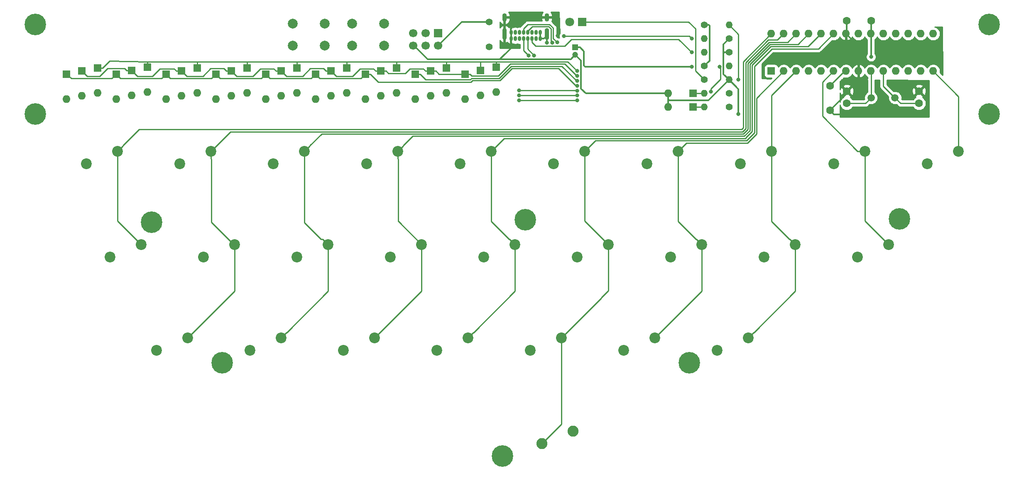
<source format=gbr>
G04 #@! TF.GenerationSoftware,KiCad,Pcbnew,(5.1.5)-3*
G04 #@! TF.CreationDate,2020-08-02T14:39:13-05:00*
G04 #@! TF.ProjectId,masochist,6d61736f-6368-4697-9374-2e6b69636164,rev?*
G04 #@! TF.SameCoordinates,Original*
G04 #@! TF.FileFunction,Copper,L2,Bot*
G04 #@! TF.FilePolarity,Positive*
%FSLAX46Y46*%
G04 Gerber Fmt 4.6, Leading zero omitted, Abs format (unit mm)*
G04 Created by KiCad (PCBNEW (5.1.5)-3) date 2020-08-02 14:39:13*
%MOMM*%
%LPD*%
G04 APERTURE LIST*
%ADD10C,4.400000*%
%ADD11C,1.500000*%
%ADD12O,1.600000X1.600000*%
%ADD13R,1.600000X1.600000*%
%ADD14C,2.200000*%
%ADD15C,2.250000*%
%ADD16C,2.000000*%
%ADD17C,1.400000*%
%ADD18O,1.400000X1.400000*%
%ADD19C,1.800000*%
%ADD20R,1.800000X1.800000*%
%ADD21R,1.700000X1.700000*%
%ADD22C,1.700000*%
%ADD23O,0.650000X1.000000*%
%ADD24O,0.900000X2.400000*%
%ADD25O,0.900000X1.700000*%
%ADD26C,1.600000*%
%ADD27R,1.200000X1.200000*%
%ADD28C,1.200000*%
%ADD29C,0.800000*%
%ADD30C,0.250000*%
%ADD31C,0.380000*%
%ADD32C,0.254000*%
G04 APERTURE END LIST*
D10*
X158750000Y-123031250D03*
X63500000Y-53181250D03*
X63500000Y-34925000D03*
X257968750Y-53181250D03*
X257968750Y-34925000D03*
X163449000Y-74803000D03*
X239712500Y-74612500D03*
X196850000Y-103981250D03*
X101600000Y-103981250D03*
X87249000Y-75311000D03*
D11*
X233934000Y-49911000D03*
X238814000Y-49911000D03*
D12*
X213582250Y-36830000D03*
X246602250Y-44450000D03*
X216122250Y-36830000D03*
X244062250Y-44450000D03*
X218662250Y-36830000D03*
X241522250Y-44450000D03*
X221202250Y-36830000D03*
X238982250Y-44450000D03*
X223742250Y-36830000D03*
X236442250Y-44450000D03*
X226282250Y-36830000D03*
X233902250Y-44450000D03*
X228822250Y-36830000D03*
X231362250Y-44450000D03*
X231362250Y-36830000D03*
X228822250Y-44450000D03*
X233902250Y-36830000D03*
X226282250Y-44450000D03*
X236442250Y-36830000D03*
X223742250Y-44450000D03*
X238982250Y-36830000D03*
X221202250Y-44450000D03*
X241522250Y-36830000D03*
X218662250Y-44450000D03*
X244062250Y-36830000D03*
X216122250Y-44450000D03*
X246602250Y-36830000D03*
D13*
X213582250Y-44450000D03*
D14*
X213677500Y-60801250D03*
X207327500Y-63341250D03*
X80327500Y-60801250D03*
X73977500Y-63341250D03*
D15*
X173196250Y-117951250D03*
X166846250Y-120491250D03*
D16*
X128120000Y-39243000D03*
X128120000Y-34743000D03*
X134620000Y-39243000D03*
X134620000Y-34743000D03*
X116055000Y-39243000D03*
X116055000Y-34743000D03*
X122555000Y-39243000D03*
X122555000Y-34743000D03*
D17*
X204978000Y-49022000D03*
D18*
X199898000Y-49022000D03*
X199898000Y-51816000D03*
D17*
X204978000Y-51816000D03*
D18*
X204978000Y-46228000D03*
D17*
X199898000Y-46228000D03*
D18*
X204978000Y-43434000D03*
D17*
X199898000Y-43434000D03*
D18*
X199898000Y-37846000D03*
D17*
X204978000Y-37846000D03*
D18*
X199898000Y-40640000D03*
D17*
X204978000Y-40640000D03*
D18*
X204978000Y-35052000D03*
D17*
X199898000Y-35052000D03*
D19*
X172466000Y-34417000D03*
D20*
X175006000Y-34417000D03*
D14*
X94615000Y-98901250D03*
X88265000Y-101441250D03*
X175577500Y-60801250D03*
X169227500Y-63341250D03*
X113665000Y-98901250D03*
X107315000Y-101441250D03*
X99377500Y-60801250D03*
X93027500Y-63341250D03*
X151765000Y-98901250D03*
X145415000Y-101441250D03*
X194627500Y-60801250D03*
X188277500Y-63341250D03*
X156527500Y-60801250D03*
X150177500Y-63341250D03*
X104140000Y-79851250D03*
X97790000Y-82391250D03*
X137477500Y-60801250D03*
X131127500Y-63341250D03*
X251777500Y-60801250D03*
X245427500Y-63341250D03*
X232727500Y-60801250D03*
X226377500Y-63341250D03*
X189865000Y-98901250D03*
X183515000Y-101441250D03*
X208915000Y-98901250D03*
X202565000Y-101441250D03*
X237490000Y-79851250D03*
X231140000Y-82391250D03*
X218440000Y-79851250D03*
X212090000Y-82391250D03*
X199390000Y-79851250D03*
X193040000Y-82391250D03*
X180340000Y-79851250D03*
X173990000Y-82391250D03*
X161290000Y-79851250D03*
X154940000Y-82391250D03*
X142240000Y-79851250D03*
X135890000Y-82391250D03*
X118427500Y-60801250D03*
X112077500Y-63341250D03*
X123190000Y-79851250D03*
X116840000Y-82391250D03*
X132715000Y-98901250D03*
X126365000Y-101441250D03*
X170815000Y-98901250D03*
X164465000Y-101441250D03*
X85090000Y-79851250D03*
X78740000Y-82391250D03*
D21*
X145669000Y-36703000D03*
D22*
X145669000Y-39243000D03*
X143129000Y-36703000D03*
X143129000Y-39243000D03*
X140589000Y-36703000D03*
X140589000Y-39243000D03*
D23*
X164787500Y-37850000D03*
X166487500Y-37850000D03*
X165637500Y-37850000D03*
X163937500Y-37850000D03*
X163087500Y-37850000D03*
X162237500Y-37850000D03*
X161387500Y-37850000D03*
X160537500Y-37850000D03*
X166487500Y-36525000D03*
X165632500Y-36525000D03*
X164782500Y-36525000D03*
X163932500Y-36525000D03*
X163082500Y-36525000D03*
X162232500Y-36525000D03*
X161382500Y-36525000D03*
X160532500Y-36525000D03*
D24*
X167837500Y-36870000D03*
X159187500Y-36870000D03*
D25*
X167837500Y-33490000D03*
X159187500Y-33490000D03*
D17*
X156083000Y-39507000D03*
X156083000Y-34407000D03*
D12*
X192532000Y-51816000D03*
D13*
X197612000Y-51816000D03*
D12*
X192532000Y-49022000D03*
D13*
X197612000Y-49022000D03*
D12*
X157480000Y-48768000D03*
D13*
X157480000Y-43688000D03*
D12*
X151130000Y-50165000D03*
D13*
X151130000Y-45085000D03*
D12*
X154305000Y-49403000D03*
D13*
X154305000Y-44323000D03*
D12*
X130810000Y-50165000D03*
D13*
X130810000Y-45085000D03*
D12*
X144145000Y-49530000D03*
D13*
X144145000Y-44450000D03*
D12*
X147320000Y-48895000D03*
D13*
X147320000Y-43815000D03*
D12*
X120650000Y-50165000D03*
D13*
X120650000Y-45085000D03*
D12*
X133985000Y-49530000D03*
D13*
X133985000Y-44450000D03*
D12*
X137160000Y-48895000D03*
D13*
X137160000Y-43815000D03*
D12*
X140970000Y-50165000D03*
D13*
X140970000Y-45085000D03*
D12*
X110490000Y-50165000D03*
D13*
X110490000Y-45085000D03*
D12*
X123825000Y-49530000D03*
D13*
X123825000Y-44450000D03*
D12*
X127000000Y-48895000D03*
D13*
X127000000Y-43815000D03*
D12*
X100330000Y-50165000D03*
D13*
X100330000Y-45085000D03*
D12*
X113665000Y-49530000D03*
D13*
X113665000Y-44450000D03*
D12*
X116840000Y-48895000D03*
D13*
X116840000Y-43815000D03*
X90170000Y-45085000D03*
D12*
X90170000Y-50165000D03*
X103505000Y-49530000D03*
D13*
X103505000Y-44450000D03*
D12*
X106680000Y-48895000D03*
D13*
X106680000Y-43815000D03*
D12*
X80010000Y-50165000D03*
D13*
X80010000Y-45085000D03*
X93345000Y-44450000D03*
D12*
X93345000Y-49530000D03*
D13*
X96520000Y-43815000D03*
D12*
X96520000Y-48895000D03*
X69850000Y-50165000D03*
D13*
X69850000Y-45085000D03*
D12*
X83185000Y-49403000D03*
D13*
X83185000Y-44323000D03*
D12*
X86360000Y-48768000D03*
D13*
X86360000Y-43688000D03*
D12*
X73025000Y-49530000D03*
D13*
X73025000Y-44450000D03*
D12*
X76200000Y-48895000D03*
D13*
X76200000Y-43815000D03*
D26*
X228934000Y-34163000D03*
X233934000Y-34163000D03*
X225552000Y-52498000D03*
X225552000Y-47498000D03*
D27*
X173609000Y-39624000D03*
D28*
X173609000Y-41124000D03*
D26*
X243713000Y-48554000D03*
X243713000Y-51054000D03*
X228981000Y-48554000D03*
X228981000Y-51054000D03*
D29*
X206883000Y-53213000D03*
X167844347Y-38645000D03*
X170053000Y-37211000D03*
X233934000Y-41529000D03*
X197395000Y-43561000D03*
X173990000Y-44450000D03*
X173990000Y-45450003D03*
X173990000Y-47450009D03*
X173990000Y-46450006D03*
X169926000Y-38608000D03*
X165227000Y-41239990D03*
X201295000Y-48604000D03*
X203045000Y-43561000D03*
X168910000Y-38645000D03*
X164084000Y-41239990D03*
X197358000Y-40640000D03*
X171323000Y-37338000D03*
X197358000Y-37846000D03*
X162179000Y-50403003D03*
X173990000Y-50450018D03*
X206883000Y-46228000D03*
X162179000Y-49403000D03*
X173990000Y-49450015D03*
X162147153Y-48400587D03*
X173990000Y-48450012D03*
D30*
X228822250Y-34274750D02*
X228934000Y-34163000D01*
D31*
X228934000Y-36718250D02*
X228822250Y-36830000D01*
X228934000Y-34163000D02*
X228934000Y-36718250D01*
X231362250Y-45029750D02*
X231362250Y-44450000D01*
X160537500Y-36530000D02*
X160532500Y-36525000D01*
X160537500Y-37850000D02*
X160537500Y-36530000D01*
X166487500Y-37850000D02*
X166487500Y-36525000D01*
X160537500Y-39741500D02*
X160537500Y-37850000D01*
X140716000Y-39243000D02*
X143502990Y-42029990D01*
X140589000Y-39243000D02*
X140716000Y-39243000D01*
X159543000Y-40736000D02*
X160537500Y-39741500D01*
X143502990Y-42029990D02*
X158211010Y-42029990D01*
X158211010Y-42029990D02*
X159505000Y-40736000D01*
X159505000Y-40736000D02*
X159543000Y-40736000D01*
X192532000Y-49022000D02*
X192532000Y-51816000D01*
X192532000Y-50153370D02*
X192797630Y-50419000D01*
X192532000Y-49022000D02*
X192532000Y-50153370D01*
X200787000Y-50419000D02*
X204978000Y-46228000D01*
X192797630Y-50419000D02*
X200787000Y-50419000D01*
X203835000Y-38989000D02*
X204978000Y-37846000D01*
X204978000Y-46228000D02*
X203835000Y-45085000D01*
X204978000Y-40640000D02*
X203988051Y-40640000D01*
X203861051Y-40767000D02*
X203835000Y-40767000D01*
X203988051Y-40640000D02*
X203861051Y-40767000D01*
X203835000Y-45085000D02*
X203835000Y-40767000D01*
X203835000Y-40767000D02*
X203835000Y-38989000D01*
X172703010Y-42029990D02*
X173609000Y-41124000D01*
X158211010Y-42029990D02*
X172703010Y-42029990D01*
X231362250Y-45581370D02*
X231394000Y-45613120D01*
X231362250Y-44450000D02*
X231362250Y-45581370D01*
X228822250Y-36830000D02*
X231362250Y-39370000D01*
X231362250Y-39370000D02*
X231362250Y-44450000D01*
X174780001Y-42295001D02*
X174780001Y-48034001D01*
X173609000Y-41124000D02*
X174780001Y-42295001D01*
X175768000Y-49022000D02*
X192532000Y-49022000D01*
X174780001Y-48034001D02*
X175768000Y-49022000D01*
X206883000Y-48133000D02*
X204978000Y-46228000D01*
X206883000Y-53213000D02*
X206883000Y-48133000D01*
X228981000Y-49069000D02*
X228981000Y-48554000D01*
X225552000Y-52498000D02*
X228981000Y-49069000D01*
X231362250Y-45581370D02*
X231648000Y-45867120D01*
X231648000Y-45867120D02*
X231648000Y-46482000D01*
X231648000Y-46482000D02*
X232283000Y-47117000D01*
X226351999Y-53297999D02*
X230208999Y-53297999D01*
X225552000Y-52498000D02*
X226351999Y-53297999D01*
X167837500Y-36870000D02*
X167837500Y-37267500D01*
X167255000Y-37850000D02*
X166487500Y-37850000D01*
X167837500Y-37267500D02*
X167255000Y-37850000D01*
X167837500Y-36870000D02*
X167837500Y-38638153D01*
X167837500Y-38638153D02*
X167844347Y-38645000D01*
X170053000Y-37211000D02*
X170053000Y-36830000D01*
D30*
X232791000Y-51054000D02*
X233934000Y-49911000D01*
X228981000Y-51054000D02*
X232791000Y-51054000D01*
X233934000Y-44481750D02*
X233902250Y-44450000D01*
X233934000Y-49911000D02*
X233934000Y-44481750D01*
X239957000Y-51054000D02*
X238814000Y-49911000D01*
X243713000Y-51054000D02*
X239957000Y-51054000D01*
X236442250Y-47539250D02*
X236442250Y-44450000D01*
X238814000Y-49911000D02*
X236442250Y-47539250D01*
X172456000Y-34407000D02*
X172466000Y-34417000D01*
X228822250Y-45116750D02*
X228822250Y-44450000D01*
X233902250Y-34194750D02*
X233934000Y-34163000D01*
D31*
X145669000Y-39243000D02*
X150505000Y-34407000D01*
X233934000Y-36798250D02*
X233902250Y-36830000D01*
X233934000Y-34163000D02*
X233934000Y-36798250D01*
X228822250Y-44608750D02*
X228822250Y-44450000D01*
X150505000Y-34407000D02*
X156083000Y-34407000D01*
X228600000Y-44450000D02*
X228822250Y-44450000D01*
X225552000Y-47498000D02*
X228600000Y-44450000D01*
X233934000Y-36861750D02*
X233902250Y-36830000D01*
X233934000Y-41529000D02*
X233934000Y-36861750D01*
X200988001Y-42343999D02*
X200597999Y-42734001D01*
X200597999Y-42734001D02*
X199898000Y-43434000D01*
X200988001Y-35152052D02*
X200988001Y-42343999D01*
X200887949Y-35052000D02*
X200988001Y-35152052D01*
X199898000Y-35052000D02*
X200887949Y-35052000D01*
X174589000Y-39624000D02*
X175387000Y-40422000D01*
X173609000Y-39624000D02*
X174589000Y-39624000D01*
X175387000Y-40422000D02*
X175387000Y-43180000D01*
X175387000Y-43180000D02*
X175387000Y-43307000D01*
X175387000Y-43307000D02*
X175641000Y-43561000D01*
X175641000Y-43561000D02*
X197395000Y-43561000D01*
D30*
X77250000Y-43815000D02*
X78647000Y-42418000D01*
X76200000Y-43815000D02*
X77250000Y-43815000D01*
X86360000Y-43688000D02*
X86360000Y-42638000D01*
X78647000Y-42418000D02*
X86360000Y-42545000D01*
X86360000Y-42638000D02*
X86360000Y-42545000D01*
X96520000Y-42765000D02*
X96520000Y-42545000D01*
X96520000Y-43815000D02*
X96520000Y-42765000D01*
X86360000Y-42545000D02*
X96520000Y-42545000D01*
X106680000Y-43815000D02*
X106680000Y-42545000D01*
X96520000Y-42545000D02*
X106680000Y-42545000D01*
X116840000Y-42765000D02*
X116840000Y-42545000D01*
X116840000Y-43815000D02*
X116840000Y-42765000D01*
X106680000Y-42545000D02*
X116840000Y-42545000D01*
X127000000Y-42765000D02*
X127000000Y-42545000D01*
X127000000Y-43815000D02*
X127000000Y-42765000D01*
X116840000Y-42545000D02*
X127000000Y-42545000D01*
X137160000Y-42765000D02*
X137160000Y-42545000D01*
X137160000Y-43815000D02*
X137160000Y-42765000D01*
X127000000Y-42545000D02*
X137160000Y-42545000D01*
X137160000Y-42545000D02*
X147320000Y-42545000D01*
X147320000Y-42765000D02*
X147320000Y-42545000D01*
X147320000Y-43815000D02*
X147320000Y-42765000D01*
X154305000Y-44323000D02*
X154305000Y-43273000D01*
X154305000Y-43273000D02*
X154305000Y-42545000D01*
X147320000Y-42545000D02*
X154305000Y-42545000D01*
X157480000Y-43688000D02*
X157480000Y-42545000D01*
X154305000Y-42545000D02*
X157480000Y-42545000D01*
X157480000Y-42545000D02*
X163068000Y-42545000D01*
X163068000Y-42545000D02*
X172085000Y-42545000D01*
X172085000Y-42545000D02*
X173990000Y-44450000D01*
X73025000Y-44450000D02*
X73787000Y-45212000D01*
X73787000Y-45212000D02*
X74098990Y-45523990D01*
X82135000Y-44323000D02*
X81754000Y-43942000D01*
X83185000Y-44323000D02*
X82135000Y-44323000D01*
X78258002Y-43942000D02*
X76676012Y-45523990D01*
X81754000Y-43942000D02*
X78258002Y-43942000D01*
X76676012Y-45523990D02*
X74098990Y-45523990D01*
X83185000Y-44323000D02*
X83947000Y-45085000D01*
X83947000Y-45085000D02*
X84385990Y-45523990D01*
X84385990Y-45523990D02*
X87376000Y-45523990D01*
X88939991Y-43959999D02*
X87376000Y-45523990D01*
X91804999Y-43959999D02*
X88939991Y-43959999D01*
X92295000Y-44450000D02*
X91804999Y-43959999D01*
X93345000Y-44450000D02*
X92295000Y-44450000D01*
X102455000Y-44450000D02*
X101947000Y-43942000D01*
X103505000Y-44450000D02*
X102455000Y-44450000D01*
X99287998Y-43942000D02*
X97706008Y-45523990D01*
X101947000Y-43942000D02*
X99287998Y-43942000D01*
X97706008Y-45523990D02*
X95377000Y-45523990D01*
X94418990Y-45523990D02*
X95631000Y-45523990D01*
X93345000Y-44450000D02*
X94418990Y-45523990D01*
X112124999Y-43959999D02*
X109429999Y-43959999D01*
X113665000Y-44450000D02*
X112615000Y-44450000D01*
X112615000Y-44450000D02*
X112124999Y-43959999D01*
X109429999Y-43959999D02*
X107866008Y-45523990D01*
X107866008Y-45523990D02*
X104578990Y-45523990D01*
X104578990Y-45523990D02*
X103505000Y-44450000D01*
X122775000Y-44450000D02*
X123825000Y-44450000D01*
X119607998Y-43942000D02*
X122267000Y-43942000D01*
X118052010Y-45523990D02*
X118110000Y-45466000D01*
X114738990Y-45523990D02*
X118052010Y-45523990D01*
X113665000Y-44450000D02*
X114738990Y-45523990D01*
X122267000Y-43942000D02*
X122775000Y-44450000D01*
X118110000Y-45466000D02*
X118110000Y-45439998D01*
X118110000Y-45439998D02*
X119607998Y-43942000D01*
X124898990Y-45523990D02*
X123825000Y-44450000D01*
X132935000Y-44450000D02*
X132444999Y-43959999D01*
X128186008Y-45523990D02*
X124898990Y-45523990D01*
X133985000Y-44450000D02*
X132935000Y-44450000D01*
X132444999Y-43959999D02*
X129749999Y-43959999D01*
X129749999Y-43959999D02*
X128186008Y-45523990D01*
X142604999Y-43959999D02*
X143095000Y-44450000D01*
X138929997Y-44940001D02*
X139909999Y-43959999D01*
X143095000Y-44450000D02*
X144145000Y-44450000D01*
X135525001Y-44940001D02*
X138929997Y-44940001D01*
X135035000Y-44450000D02*
X135525001Y-44940001D01*
X139909999Y-43959999D02*
X142604999Y-43959999D01*
X133985000Y-44450000D02*
X135035000Y-44450000D01*
X145830000Y-45085000D02*
X150080000Y-45085000D01*
X150080000Y-45085000D02*
X151130000Y-45085000D01*
X145195000Y-44450000D02*
X145830000Y-45085000D01*
X144145000Y-44450000D02*
X145195000Y-44450000D01*
X157905001Y-45448001D02*
X160357992Y-42995010D01*
X152543001Y-45448001D02*
X157905001Y-45448001D01*
X151130000Y-45085000D02*
X152180000Y-45085000D01*
X152180000Y-45085000D02*
X152543001Y-45448001D01*
X160357992Y-42995010D02*
X163068000Y-42995010D01*
X173917001Y-45450003D02*
X173990000Y-45450003D01*
X163068000Y-42995010D02*
X171462008Y-42995010D01*
X171462008Y-42995010D02*
X173917001Y-45450003D01*
X70866000Y-45974000D02*
X79121000Y-45974000D01*
X79121000Y-45974000D02*
X80010000Y-45085000D01*
X69850000Y-45085000D02*
X69977000Y-45085000D01*
X69977000Y-45085000D02*
X70866000Y-45974000D01*
X80899000Y-45974000D02*
X80010000Y-45085000D01*
X90170000Y-45085000D02*
X89281000Y-45974000D01*
X89281000Y-45974000D02*
X80899000Y-45974000D01*
X90932000Y-45847000D02*
X90170000Y-45085000D01*
X91059000Y-45974000D02*
X90932000Y-45847000D01*
X100330000Y-45085000D02*
X99441000Y-45974000D01*
X99441000Y-45974000D02*
X91059000Y-45974000D01*
X101092000Y-45847000D02*
X100330000Y-45085000D01*
X101219000Y-45974000D02*
X101092000Y-45847000D01*
X110490000Y-45085000D02*
X109601000Y-45974000D01*
X109601000Y-45974000D02*
X101219000Y-45974000D01*
X111252000Y-45847000D02*
X110490000Y-45085000D01*
X111379000Y-45974000D02*
X111252000Y-45847000D01*
X120650000Y-45085000D02*
X119761000Y-45974000D01*
X119761000Y-45974000D02*
X111379000Y-45974000D01*
X121412000Y-45847000D02*
X120650000Y-45085000D01*
X130810000Y-45085000D02*
X129921000Y-45974000D01*
X121539000Y-45974000D02*
X121412000Y-45847000D01*
X129921000Y-45974000D02*
X121539000Y-45974000D01*
X131860000Y-45085000D02*
X133435011Y-46660011D01*
X130810000Y-45085000D02*
X131860000Y-45085000D01*
X133435011Y-46660011D02*
X152376402Y-46660010D01*
X152376402Y-46660010D02*
X152688391Y-46348021D01*
X152688391Y-46348021D02*
X158277802Y-46348020D01*
X158277802Y-46348020D02*
X160034411Y-44591411D01*
X160034411Y-44591411D02*
X160415411Y-44210411D01*
X160415411Y-44210411D02*
X160730792Y-43895030D01*
X160730792Y-43895030D02*
X163068000Y-43895030D01*
X163068000Y-43895030D02*
X170180000Y-43895030D01*
X170180000Y-43895030D02*
X173734979Y-47450009D01*
X173734979Y-47450009D02*
X173990000Y-47450009D01*
X152501991Y-45898011D02*
X158091401Y-45898011D01*
X152190001Y-46210001D02*
X152501991Y-45898011D01*
X140970000Y-45085000D02*
X142020000Y-45085000D01*
X143145001Y-46210001D02*
X152190001Y-46210001D01*
X142020000Y-45085000D02*
X143145001Y-46210001D01*
X158091401Y-45898011D02*
X160544392Y-43445020D01*
X160544392Y-43445020D02*
X163068000Y-43445020D01*
X173917001Y-46450006D02*
X173990000Y-46450006D01*
X163068000Y-43445020D02*
X170912015Y-43445020D01*
X170912015Y-43445020D02*
X173917001Y-46450006D01*
X197612000Y-49022000D02*
X199898000Y-49022000D01*
X163962520Y-34894980D02*
X168373391Y-34894981D01*
X163082500Y-36525000D02*
X163082500Y-35775000D01*
X168373391Y-34894981D02*
X169106010Y-35627600D01*
X163082500Y-35775000D02*
X163962520Y-34894980D01*
X169106010Y-35627600D02*
X169106010Y-37788010D01*
X169106010Y-37788010D02*
X169926000Y-38608000D01*
X163937500Y-37850000D02*
X163961000Y-37850000D01*
X163937500Y-37850000D02*
X163937500Y-39950490D01*
X163937500Y-39950490D02*
X165227000Y-41239990D01*
X197612000Y-51816000D02*
X199898000Y-51816000D01*
X163087500Y-37850000D02*
X163072000Y-37850000D01*
X163072000Y-37850000D02*
X163068000Y-37854000D01*
X201295000Y-48038315D02*
X203200000Y-46133315D01*
X201295000Y-48604000D02*
X201295000Y-48038315D01*
X203200000Y-46133315D02*
X203200000Y-43716000D01*
X203200000Y-43716000D02*
X203045000Y-43561000D01*
X163932500Y-36525000D02*
X163932500Y-36473500D01*
X164868258Y-35344990D02*
X168186990Y-35344990D01*
X168186990Y-35344990D02*
X168656000Y-35814000D01*
X163932500Y-36473500D02*
X163932500Y-36280748D01*
X163932500Y-36280748D02*
X164868258Y-35344990D01*
X168656000Y-35814000D02*
X168656000Y-38227000D01*
X168656000Y-38227000D02*
X168656000Y-38391000D01*
X168656000Y-38391000D02*
X168910000Y-38645000D01*
X163087500Y-37850000D02*
X163087500Y-40243490D01*
X163087500Y-40243490D02*
X164084000Y-41239990D01*
X164787500Y-38600000D02*
X165557500Y-39370000D01*
X164787500Y-37850000D02*
X164787500Y-38600000D01*
X170307000Y-39370000D02*
X171450000Y-39370000D01*
X170307000Y-39370000D02*
X170561000Y-39370000D01*
X165557500Y-39370000D02*
X170307000Y-39370000D01*
X171450000Y-39370000D02*
X172847000Y-37973000D01*
X172847000Y-37973000D02*
X176149000Y-37973000D01*
X176149000Y-37973000D02*
X194691000Y-37973000D01*
X194691000Y-37973000D02*
X197358000Y-40640000D01*
X171323000Y-37338000D02*
X196850000Y-37338000D01*
X196850000Y-37338000D02*
X197358000Y-37846000D01*
X162179000Y-50403003D02*
X173942985Y-50403003D01*
X173942985Y-50403003D02*
X173990000Y-50450018D01*
X204978000Y-35052000D02*
X205232000Y-35306000D01*
X204978000Y-35052000D02*
X206883000Y-36957000D01*
X206883000Y-36957000D02*
X206883000Y-46228000D01*
X162179000Y-49403000D02*
X173942985Y-49403000D01*
X173942985Y-49403000D02*
X173990000Y-49450015D01*
X85090000Y-79851250D02*
X80264000Y-75025250D01*
X80327500Y-74961750D02*
X80327500Y-60801250D01*
X80264000Y-75025250D02*
X80327500Y-74961750D01*
X207899000Y-42513250D02*
X213582250Y-36830000D01*
X207899000Y-56007000D02*
X207899000Y-42513250D01*
X81427499Y-59701251D02*
X81427499Y-59669501D01*
X80327500Y-60801250D02*
X81427499Y-59701251D01*
X81427499Y-59669501D02*
X84709000Y-56388000D01*
X207518000Y-56388000D02*
X207899000Y-56007000D01*
X84709000Y-56388000D02*
X207518000Y-56388000D01*
X167971249Y-119366251D02*
X168034749Y-119366251D01*
X166846250Y-120491250D02*
X167971249Y-119366251D01*
X168034749Y-119366251D02*
X170815000Y-116586000D01*
X170815000Y-116586000D02*
X170815000Y-98901250D01*
X170815000Y-98901250D02*
X178911250Y-90805000D01*
X178911250Y-90805000D02*
X178911250Y-90709750D01*
X178911250Y-90709750D02*
X180340000Y-89281000D01*
X180340000Y-89281000D02*
X180340000Y-79851250D01*
X175577500Y-75088750D02*
X175577500Y-60801250D01*
X180340000Y-79851250D02*
X175577500Y-75088750D01*
X223212210Y-39900040D02*
X226282250Y-36830000D01*
X213694260Y-39900040D02*
X223212210Y-39900040D01*
X210149050Y-57061770D02*
X210149050Y-43445250D01*
X208442952Y-58638048D02*
X208572772Y-58638048D01*
X175577500Y-60801250D02*
X177740702Y-58638048D01*
X195199000Y-58674000D02*
X208407000Y-58674000D01*
X210149050Y-43445250D02*
X213694260Y-39900040D01*
X195163048Y-58638048D02*
X195199000Y-58674000D01*
X208572772Y-58638048D02*
X210149050Y-57061770D01*
X177740702Y-58638048D02*
X195163048Y-58638048D01*
X208407000Y-58674000D02*
X208442952Y-58638048D01*
X137477500Y-62356884D02*
X137541000Y-62420384D01*
X137477500Y-60801250D02*
X137477500Y-62356884D01*
X137541000Y-62420384D02*
X137541000Y-75184000D01*
X137572750Y-75184000D02*
X142240000Y-79851250D01*
X137541000Y-75184000D02*
X137572750Y-75184000D01*
X142240000Y-89376250D02*
X142240000Y-79851250D01*
X132715000Y-98901250D02*
X142240000Y-89376250D01*
X213321460Y-39000020D02*
X219032230Y-39000020D01*
X209249030Y-56566200D02*
X209249030Y-43072450D01*
X138577499Y-59701251D02*
X138577499Y-59669501D01*
X140508972Y-57738028D02*
X208077203Y-57738027D01*
X208077203Y-57738027D02*
X209249030Y-56566200D01*
X209249030Y-43072450D02*
X213321460Y-39000020D01*
X137477500Y-60801250D02*
X138577499Y-59701251D01*
X219032230Y-39000020D02*
X221202250Y-36830000D01*
X138577499Y-59669501D02*
X140508972Y-57738028D01*
X114764999Y-97801251D02*
X114796749Y-97801251D01*
X113665000Y-98901250D02*
X114764999Y-97801251D01*
X114796749Y-97801251D02*
X123190000Y-89408000D01*
X123190000Y-89408000D02*
X123190000Y-79851250D01*
X122090001Y-78751251D02*
X121804251Y-78751251D01*
X123190000Y-79851250D02*
X122090001Y-78751251D01*
X118427500Y-75374500D02*
X118427500Y-60801250D01*
X121804251Y-78751251D02*
X118427500Y-75374500D01*
X118427500Y-60801250D02*
X118586250Y-60801250D01*
X216942240Y-38550010D02*
X218662250Y-36830000D01*
X213135060Y-38550010D02*
X216942240Y-38550010D01*
X208799020Y-42886050D02*
X213135060Y-38550010D01*
X119527499Y-59701251D02*
X119527499Y-59669501D01*
X118427500Y-60801250D02*
X119527499Y-59701251D01*
X208799020Y-56379800D02*
X208799020Y-42886050D01*
X121908982Y-57288018D02*
X207890802Y-57288018D01*
X119527499Y-59669501D02*
X121908982Y-57288018D01*
X207890802Y-57288018D02*
X208799020Y-56379800D01*
X152864999Y-97801251D02*
X152896749Y-97801251D01*
X151765000Y-98901250D02*
X152864999Y-97801251D01*
X152896749Y-97801251D02*
X161290000Y-89408000D01*
X161290000Y-85598000D02*
X161290000Y-79851250D01*
X161290000Y-89408000D02*
X161290000Y-85598000D01*
X160158251Y-78751251D02*
X156527500Y-75120500D01*
X161290000Y-79851250D02*
X160190001Y-78751251D01*
X156527500Y-75120500D02*
X156527500Y-60801250D01*
X160190001Y-78751251D02*
X160158251Y-78751251D01*
X156527500Y-60801250D02*
X159140712Y-58188038D01*
X159140712Y-58188038D02*
X208386372Y-58188038D01*
X208386372Y-58188038D02*
X208386372Y-58186628D01*
X221122220Y-39450030D02*
X223742250Y-36830000D01*
X208386372Y-58065268D02*
X209699040Y-56752600D01*
X208386372Y-58188038D02*
X208386372Y-58065268D01*
X209699040Y-56752600D02*
X209699040Y-43258850D01*
X213507860Y-39450030D02*
X221122220Y-39450030D01*
X209699040Y-43258850D02*
X213507860Y-39450030D01*
X210014999Y-97801251D02*
X210046749Y-97801251D01*
X208915000Y-98901250D02*
X210014999Y-97801251D01*
X210046749Y-97801251D02*
X218440000Y-89408000D01*
X218440000Y-89408000D02*
X218440000Y-79851250D01*
X213677500Y-75120500D02*
X213677500Y-60801250D01*
X217308251Y-78751251D02*
X213677500Y-75120500D01*
X218440000Y-79851250D02*
X217340001Y-78751251D01*
X217340001Y-78751251D02*
X217308251Y-78751251D01*
X213677500Y-49434750D02*
X218662250Y-44450000D01*
X213677500Y-60801250D02*
X213677500Y-49434750D01*
X189865000Y-98901250D02*
X199390000Y-89376250D01*
X199390000Y-89376250D02*
X199390000Y-79851250D01*
X198258251Y-78751251D02*
X194627500Y-75120500D01*
X199390000Y-79851250D02*
X198290001Y-78751251D01*
X194627500Y-75120500D02*
X194627500Y-60801250D01*
X198290001Y-78751251D02*
X198258251Y-78751251D01*
X210599060Y-57248170D02*
X210599060Y-49973190D01*
X208723220Y-59124010D02*
X210599060Y-57248170D01*
X210599060Y-49973190D02*
X216122250Y-44450000D01*
X194627500Y-60801250D02*
X196304740Y-59124010D01*
X196304740Y-59124010D02*
X208723220Y-59124010D01*
X232727500Y-75088750D02*
X232727500Y-60801250D01*
X237490000Y-79851250D02*
X232727500Y-75088750D01*
X231171866Y-60801250D02*
X224028000Y-53657384D01*
X232727500Y-60801250D02*
X231171866Y-60801250D01*
X224028000Y-46704250D02*
X226282250Y-44450000D01*
X224028000Y-53657384D02*
X224028000Y-46704250D01*
X251777500Y-49625250D02*
X246602250Y-44450000D01*
X251777500Y-60801250D02*
X251777500Y-49625250D01*
X94615000Y-98901250D02*
X104140000Y-89376250D01*
X104140000Y-89376250D02*
X104140000Y-79851250D01*
X103981250Y-79851250D02*
X104140000Y-79851250D01*
X99441000Y-75311000D02*
X103981250Y-79851250D01*
X99441000Y-62420384D02*
X99441000Y-75311000D01*
X99377500Y-60801250D02*
X99377500Y-62356884D01*
X99377500Y-62356884D02*
X99441000Y-62420384D01*
X214852250Y-38100000D02*
X216122250Y-36830000D01*
X212948660Y-38100000D02*
X214852250Y-38100000D01*
X103340740Y-56838010D02*
X207704401Y-56838009D01*
X207704401Y-56838009D02*
X208349010Y-56193400D01*
X99377500Y-60801250D02*
X103340740Y-56838010D01*
X208349010Y-56193400D02*
X208349010Y-42699650D01*
X208349010Y-42699650D02*
X212948660Y-38100000D01*
X175006000Y-34417000D02*
X196723000Y-34417000D01*
X196723000Y-34417000D02*
X198120000Y-35814000D01*
X198120000Y-44450000D02*
X199898000Y-46228000D01*
X198120000Y-35814000D02*
X198120000Y-44450000D01*
X162147153Y-48400587D02*
X173940575Y-48400587D01*
X173940575Y-48400587D02*
X173990000Y-48450012D01*
D32*
G36*
X235682251Y-46284729D02*
G01*
X235682250Y-47501927D01*
X235678574Y-47539250D01*
X235682250Y-47576572D01*
X235682250Y-47576582D01*
X235693247Y-47688235D01*
X235731773Y-47815241D01*
X235736704Y-47831496D01*
X235807276Y-47963526D01*
X235847121Y-48012076D01*
X235902249Y-48079251D01*
X235931253Y-48103054D01*
X237457833Y-49629635D01*
X237429000Y-49774589D01*
X237429000Y-50047411D01*
X237482225Y-50314989D01*
X237586629Y-50567043D01*
X237738201Y-50793886D01*
X237931114Y-50986799D01*
X238157957Y-51138371D01*
X238410011Y-51242775D01*
X238677589Y-51296000D01*
X238950411Y-51296000D01*
X239095365Y-51267167D01*
X239393201Y-51565003D01*
X239416999Y-51594001D01*
X239445997Y-51617799D01*
X239532723Y-51688974D01*
X239659028Y-51756486D01*
X239664753Y-51759546D01*
X239808014Y-51803003D01*
X239919667Y-51814000D01*
X239919676Y-51814000D01*
X239956999Y-51817676D01*
X239994322Y-51814000D01*
X242494957Y-51814000D01*
X242598363Y-51968759D01*
X242798241Y-52168637D01*
X243033273Y-52325680D01*
X243294426Y-52433853D01*
X243571665Y-52489000D01*
X243854335Y-52489000D01*
X244131574Y-52433853D01*
X244392727Y-52325680D01*
X244627759Y-52168637D01*
X244827637Y-51968759D01*
X244984680Y-51733727D01*
X245092853Y-51472574D01*
X245148000Y-51195335D01*
X245148000Y-50912665D01*
X245092853Y-50635426D01*
X244984680Y-50374273D01*
X244827637Y-50139241D01*
X244627759Y-49939363D01*
X244427131Y-49805308D01*
X244454514Y-49790671D01*
X244526097Y-49546702D01*
X243713000Y-48733605D01*
X242899903Y-49546702D01*
X242971486Y-49790671D01*
X243000341Y-49804324D01*
X242798241Y-49939363D01*
X242598363Y-50139241D01*
X242494957Y-50294000D01*
X240271802Y-50294000D01*
X240170167Y-50192365D01*
X240199000Y-50047411D01*
X240199000Y-49774589D01*
X240145775Y-49507011D01*
X240041371Y-49254957D01*
X239889799Y-49028114D01*
X239696886Y-48835201D01*
X239470043Y-48683629D01*
X239327322Y-48624512D01*
X242272783Y-48624512D01*
X242314213Y-48904130D01*
X242409397Y-49170292D01*
X242476329Y-49295514D01*
X242720298Y-49367097D01*
X243533395Y-48554000D01*
X243892605Y-48554000D01*
X244705702Y-49367097D01*
X244949671Y-49295514D01*
X245070571Y-49040004D01*
X245139300Y-48765816D01*
X245153217Y-48483488D01*
X245111787Y-48203870D01*
X245016603Y-47937708D01*
X244949671Y-47812486D01*
X244705702Y-47740903D01*
X243892605Y-48554000D01*
X243533395Y-48554000D01*
X242720298Y-47740903D01*
X242476329Y-47812486D01*
X242355429Y-48067996D01*
X242286700Y-48342184D01*
X242272783Y-48624512D01*
X239327322Y-48624512D01*
X239217989Y-48579225D01*
X238950411Y-48526000D01*
X238677589Y-48526000D01*
X238532635Y-48554833D01*
X237539100Y-47561298D01*
X242899903Y-47561298D01*
X243713000Y-48374395D01*
X244526097Y-47561298D01*
X244454514Y-47317329D01*
X244199004Y-47196429D01*
X243924816Y-47127700D01*
X243642488Y-47113783D01*
X243362870Y-47155213D01*
X243096708Y-47250397D01*
X242971486Y-47317329D01*
X242899903Y-47561298D01*
X237539100Y-47561298D01*
X237202250Y-47224449D01*
X237202250Y-46295212D01*
X245745000Y-46354127D01*
X245745000Y-53848000D01*
X227584000Y-53848000D01*
X227584000Y-51386371D01*
X227601147Y-51472574D01*
X227709320Y-51733727D01*
X227866363Y-51968759D01*
X228066241Y-52168637D01*
X228301273Y-52325680D01*
X228562426Y-52433853D01*
X228839665Y-52489000D01*
X229122335Y-52489000D01*
X229399574Y-52433853D01*
X229660727Y-52325680D01*
X229895759Y-52168637D01*
X230095637Y-51968759D01*
X230199043Y-51814000D01*
X232753678Y-51814000D01*
X232791000Y-51817676D01*
X232828322Y-51814000D01*
X232828333Y-51814000D01*
X232939986Y-51803003D01*
X233083247Y-51759546D01*
X233215276Y-51688974D01*
X233331001Y-51594001D01*
X233354804Y-51564998D01*
X233652635Y-51267167D01*
X233797589Y-51296000D01*
X234070411Y-51296000D01*
X234337989Y-51242775D01*
X234590043Y-51138371D01*
X234816886Y-50986799D01*
X235009799Y-50793886D01*
X235161371Y-50567043D01*
X235265775Y-50314989D01*
X235319000Y-50047411D01*
X235319000Y-49774589D01*
X235265775Y-49507011D01*
X235161371Y-49254957D01*
X235009799Y-49028114D01*
X234816886Y-48835201D01*
X234694000Y-48753091D01*
X234694000Y-46277913D01*
X235682251Y-46284729D01*
G37*
X235682251Y-46284729D02*
X235682250Y-47501927D01*
X235678574Y-47539250D01*
X235682250Y-47576572D01*
X235682250Y-47576582D01*
X235693247Y-47688235D01*
X235731773Y-47815241D01*
X235736704Y-47831496D01*
X235807276Y-47963526D01*
X235847121Y-48012076D01*
X235902249Y-48079251D01*
X235931253Y-48103054D01*
X237457833Y-49629635D01*
X237429000Y-49774589D01*
X237429000Y-50047411D01*
X237482225Y-50314989D01*
X237586629Y-50567043D01*
X237738201Y-50793886D01*
X237931114Y-50986799D01*
X238157957Y-51138371D01*
X238410011Y-51242775D01*
X238677589Y-51296000D01*
X238950411Y-51296000D01*
X239095365Y-51267167D01*
X239393201Y-51565003D01*
X239416999Y-51594001D01*
X239445997Y-51617799D01*
X239532723Y-51688974D01*
X239659028Y-51756486D01*
X239664753Y-51759546D01*
X239808014Y-51803003D01*
X239919667Y-51814000D01*
X239919676Y-51814000D01*
X239956999Y-51817676D01*
X239994322Y-51814000D01*
X242494957Y-51814000D01*
X242598363Y-51968759D01*
X242798241Y-52168637D01*
X243033273Y-52325680D01*
X243294426Y-52433853D01*
X243571665Y-52489000D01*
X243854335Y-52489000D01*
X244131574Y-52433853D01*
X244392727Y-52325680D01*
X244627759Y-52168637D01*
X244827637Y-51968759D01*
X244984680Y-51733727D01*
X245092853Y-51472574D01*
X245148000Y-51195335D01*
X245148000Y-50912665D01*
X245092853Y-50635426D01*
X244984680Y-50374273D01*
X244827637Y-50139241D01*
X244627759Y-49939363D01*
X244427131Y-49805308D01*
X244454514Y-49790671D01*
X244526097Y-49546702D01*
X243713000Y-48733605D01*
X242899903Y-49546702D01*
X242971486Y-49790671D01*
X243000341Y-49804324D01*
X242798241Y-49939363D01*
X242598363Y-50139241D01*
X242494957Y-50294000D01*
X240271802Y-50294000D01*
X240170167Y-50192365D01*
X240199000Y-50047411D01*
X240199000Y-49774589D01*
X240145775Y-49507011D01*
X240041371Y-49254957D01*
X239889799Y-49028114D01*
X239696886Y-48835201D01*
X239470043Y-48683629D01*
X239327322Y-48624512D01*
X242272783Y-48624512D01*
X242314213Y-48904130D01*
X242409397Y-49170292D01*
X242476329Y-49295514D01*
X242720298Y-49367097D01*
X243533395Y-48554000D01*
X243892605Y-48554000D01*
X244705702Y-49367097D01*
X244949671Y-49295514D01*
X245070571Y-49040004D01*
X245139300Y-48765816D01*
X245153217Y-48483488D01*
X245111787Y-48203870D01*
X245016603Y-47937708D01*
X244949671Y-47812486D01*
X244705702Y-47740903D01*
X243892605Y-48554000D01*
X243533395Y-48554000D01*
X242720298Y-47740903D01*
X242476329Y-47812486D01*
X242355429Y-48067996D01*
X242286700Y-48342184D01*
X242272783Y-48624512D01*
X239327322Y-48624512D01*
X239217989Y-48579225D01*
X238950411Y-48526000D01*
X238677589Y-48526000D01*
X238532635Y-48554833D01*
X237539100Y-47561298D01*
X242899903Y-47561298D01*
X243713000Y-48374395D01*
X244526097Y-47561298D01*
X244454514Y-47317329D01*
X244199004Y-47196429D01*
X243924816Y-47127700D01*
X243642488Y-47113783D01*
X243362870Y-47155213D01*
X243096708Y-47250397D01*
X242971486Y-47317329D01*
X242899903Y-47561298D01*
X237539100Y-47561298D01*
X237202250Y-47224449D01*
X237202250Y-46295212D01*
X245745000Y-46354127D01*
X245745000Y-53848000D01*
X227584000Y-53848000D01*
X227584000Y-51386371D01*
X227601147Y-51472574D01*
X227709320Y-51733727D01*
X227866363Y-51968759D01*
X228066241Y-52168637D01*
X228301273Y-52325680D01*
X228562426Y-52433853D01*
X228839665Y-52489000D01*
X229122335Y-52489000D01*
X229399574Y-52433853D01*
X229660727Y-52325680D01*
X229895759Y-52168637D01*
X230095637Y-51968759D01*
X230199043Y-51814000D01*
X232753678Y-51814000D01*
X232791000Y-51817676D01*
X232828322Y-51814000D01*
X232828333Y-51814000D01*
X232939986Y-51803003D01*
X233083247Y-51759546D01*
X233215276Y-51688974D01*
X233331001Y-51594001D01*
X233354804Y-51564998D01*
X233652635Y-51267167D01*
X233797589Y-51296000D01*
X234070411Y-51296000D01*
X234337989Y-51242775D01*
X234590043Y-51138371D01*
X234816886Y-50986799D01*
X235009799Y-50793886D01*
X235161371Y-50567043D01*
X235265775Y-50314989D01*
X235319000Y-50047411D01*
X235319000Y-49774589D01*
X235265775Y-49507011D01*
X235161371Y-49254957D01*
X235009799Y-49028114D01*
X234816886Y-48835201D01*
X234694000Y-48753091D01*
X234694000Y-46277913D01*
X235682251Y-46284729D01*
G36*
X233174001Y-46267431D02*
G01*
X233174000Y-48753091D01*
X233051114Y-48835201D01*
X232858201Y-49028114D01*
X232706629Y-49254957D01*
X232602225Y-49507011D01*
X232549000Y-49774589D01*
X232549000Y-50047411D01*
X232577833Y-50192365D01*
X232476199Y-50294000D01*
X230199043Y-50294000D01*
X230095637Y-50139241D01*
X229895759Y-49939363D01*
X229695131Y-49805308D01*
X229722514Y-49790671D01*
X229794097Y-49546702D01*
X228981000Y-48733605D01*
X228167903Y-49546702D01*
X228239486Y-49790671D01*
X228268341Y-49804324D01*
X228066241Y-49939363D01*
X227866363Y-50139241D01*
X227709320Y-50374273D01*
X227601147Y-50635426D01*
X227584000Y-50721629D01*
X227584000Y-48909127D01*
X227677397Y-49170292D01*
X227744329Y-49295514D01*
X227988298Y-49367097D01*
X228801395Y-48554000D01*
X229160605Y-48554000D01*
X229973702Y-49367097D01*
X230217671Y-49295514D01*
X230338571Y-49040004D01*
X230407300Y-48765816D01*
X230421217Y-48483488D01*
X230379787Y-48203870D01*
X230284603Y-47937708D01*
X230217671Y-47812486D01*
X229973702Y-47740903D01*
X229160605Y-48554000D01*
X228801395Y-48554000D01*
X227988298Y-47740903D01*
X227744329Y-47812486D01*
X227623429Y-48067996D01*
X227584000Y-48225294D01*
X227584000Y-47561298D01*
X228167903Y-47561298D01*
X228981000Y-48374395D01*
X229794097Y-47561298D01*
X229722514Y-47317329D01*
X229467004Y-47196429D01*
X229192816Y-47127700D01*
X228910488Y-47113783D01*
X228630870Y-47155213D01*
X228364708Y-47250397D01*
X228239486Y-47317329D01*
X228167903Y-47561298D01*
X227584000Y-47561298D01*
X227584000Y-46632725D01*
X227985080Y-46231645D01*
X233174001Y-46267431D01*
G37*
X233174001Y-46267431D02*
X233174000Y-48753091D01*
X233051114Y-48835201D01*
X232858201Y-49028114D01*
X232706629Y-49254957D01*
X232602225Y-49507011D01*
X232549000Y-49774589D01*
X232549000Y-50047411D01*
X232577833Y-50192365D01*
X232476199Y-50294000D01*
X230199043Y-50294000D01*
X230095637Y-50139241D01*
X229895759Y-49939363D01*
X229695131Y-49805308D01*
X229722514Y-49790671D01*
X229794097Y-49546702D01*
X228981000Y-48733605D01*
X228167903Y-49546702D01*
X228239486Y-49790671D01*
X228268341Y-49804324D01*
X228066241Y-49939363D01*
X227866363Y-50139241D01*
X227709320Y-50374273D01*
X227601147Y-50635426D01*
X227584000Y-50721629D01*
X227584000Y-48909127D01*
X227677397Y-49170292D01*
X227744329Y-49295514D01*
X227988298Y-49367097D01*
X228801395Y-48554000D01*
X229160605Y-48554000D01*
X229973702Y-49367097D01*
X230217671Y-49295514D01*
X230338571Y-49040004D01*
X230407300Y-48765816D01*
X230421217Y-48483488D01*
X230379787Y-48203870D01*
X230284603Y-47937708D01*
X230217671Y-47812486D01*
X229973702Y-47740903D01*
X229160605Y-48554000D01*
X228801395Y-48554000D01*
X227988298Y-47740903D01*
X227744329Y-47812486D01*
X227623429Y-48067996D01*
X227584000Y-48225294D01*
X227584000Y-47561298D01*
X228167903Y-47561298D01*
X228981000Y-48374395D01*
X229794097Y-47561298D01*
X229722514Y-47317329D01*
X229467004Y-47196429D01*
X229192816Y-47127700D01*
X228910488Y-47113783D01*
X228630870Y-47155213D01*
X228364708Y-47250397D01*
X228239486Y-47317329D01*
X228167903Y-47561298D01*
X227584000Y-47561298D01*
X227584000Y-46632725D01*
X227985080Y-46231645D01*
X233174001Y-46267431D01*
G36*
X166883691Y-32557455D02*
G01*
X166798124Y-32753767D01*
X166752500Y-32963000D01*
X166752500Y-33363000D01*
X167710500Y-33363000D01*
X167710500Y-33343000D01*
X167964500Y-33343000D01*
X167964500Y-33363000D01*
X168922500Y-33363000D01*
X168922500Y-32963000D01*
X168876876Y-32753767D01*
X168791309Y-32557455D01*
X168688820Y-32410000D01*
X170323857Y-32410000D01*
X170462064Y-36763531D01*
X170405795Y-36847744D01*
X170327774Y-37036102D01*
X170288000Y-37236061D01*
X170288000Y-37439939D01*
X170327774Y-37639898D01*
X170334897Y-37657095D01*
X170227898Y-37612774D01*
X170027939Y-37573000D01*
X169965801Y-37573000D01*
X169866010Y-37473209D01*
X169866010Y-35664925D01*
X169869686Y-35627600D01*
X169866010Y-35590275D01*
X169866010Y-35590267D01*
X169855013Y-35478614D01*
X169811556Y-35335353D01*
X169740984Y-35203324D01*
X169646011Y-35087599D01*
X169617014Y-35063802D01*
X168937190Y-34383979D01*
X168913392Y-34354981D01*
X168884392Y-34331181D01*
X168845164Y-34298987D01*
X168876876Y-34226233D01*
X168922500Y-34017000D01*
X168922500Y-33617000D01*
X167964500Y-33617000D01*
X167964500Y-33637000D01*
X167710500Y-33637000D01*
X167710500Y-33617000D01*
X166752500Y-33617000D01*
X166752500Y-34017000D01*
X166778226Y-34134981D01*
X163999842Y-34134980D01*
X163962519Y-34131304D01*
X163925196Y-34134980D01*
X163925188Y-34134980D01*
X163813535Y-34145977D01*
X163732652Y-34170512D01*
X163670273Y-34189434D01*
X163538243Y-34260007D01*
X163451517Y-34331181D01*
X163451513Y-34331185D01*
X163422520Y-34354979D01*
X163398726Y-34383972D01*
X162571498Y-35211201D01*
X162542500Y-35234999D01*
X162518702Y-35263997D01*
X162518701Y-35263998D01*
X162447526Y-35350724D01*
X162419187Y-35403742D01*
X162232500Y-35385355D01*
X162044308Y-35403890D01*
X161863347Y-35458784D01*
X161807501Y-35488635D01*
X161751654Y-35458784D01*
X161570693Y-35403890D01*
X161382500Y-35385355D01*
X161194308Y-35403890D01*
X161013347Y-35458784D01*
X160959147Y-35487754D01*
X160806794Y-35430020D01*
X160659500Y-35558879D01*
X160659500Y-35717722D01*
X160580427Y-35814072D01*
X160491284Y-35980846D01*
X160436390Y-36161807D01*
X160422500Y-36302838D01*
X160422500Y-36672000D01*
X160405500Y-36672000D01*
X160405500Y-36652000D01*
X160385500Y-36652000D01*
X160385500Y-36398000D01*
X160405500Y-36398000D01*
X160405500Y-35558879D01*
X160258206Y-35430020D01*
X160085669Y-35495403D01*
X160079938Y-35499157D01*
X160019087Y-35411609D01*
X159864908Y-35262986D01*
X159684697Y-35147298D01*
X159481501Y-35075592D01*
X159314500Y-35202498D01*
X159314500Y-36743000D01*
X159334500Y-36743000D01*
X159334500Y-36997000D01*
X159314500Y-36997000D01*
X159314500Y-38537502D01*
X159481501Y-38664408D01*
X159684697Y-38592702D01*
X159739165Y-38557736D01*
X159797642Y-38643550D01*
X159932531Y-38776004D01*
X160090669Y-38879597D01*
X160263206Y-38944980D01*
X160410500Y-38816121D01*
X160410500Y-37977000D01*
X160390500Y-37977000D01*
X160390500Y-37723000D01*
X160410500Y-37723000D01*
X160410500Y-37703000D01*
X160427500Y-37703000D01*
X160427500Y-38072161D01*
X160441390Y-38213192D01*
X160496284Y-38394153D01*
X160585427Y-38560928D01*
X160664500Y-38657279D01*
X160664500Y-38816121D01*
X160811794Y-38944980D01*
X160964147Y-38887246D01*
X161018346Y-38916216D01*
X161199307Y-38971110D01*
X161387500Y-38989645D01*
X161575692Y-38971110D01*
X161756653Y-38916216D01*
X161812500Y-38886365D01*
X161868346Y-38916216D01*
X162049307Y-38971110D01*
X162237500Y-38989645D01*
X162327500Y-38980781D01*
X162327501Y-39751000D01*
X158242000Y-39751000D01*
X158242000Y-38164500D01*
X158355913Y-38328391D01*
X158510092Y-38477014D01*
X158690303Y-38592702D01*
X158893499Y-38664408D01*
X159060500Y-38537502D01*
X159060500Y-36997000D01*
X159040500Y-36997000D01*
X159040500Y-36743000D01*
X159060500Y-36743000D01*
X159060500Y-35202498D01*
X158893499Y-35075592D01*
X158690303Y-35147298D01*
X158510092Y-35262986D01*
X158355913Y-35411609D01*
X158242000Y-35575500D01*
X158242000Y-34434500D01*
X158355913Y-34598391D01*
X158510092Y-34747014D01*
X158690303Y-34862702D01*
X158893499Y-34934408D01*
X159060500Y-34807502D01*
X159060500Y-33617000D01*
X159314500Y-33617000D01*
X159314500Y-34807502D01*
X159481501Y-34934408D01*
X159684697Y-34862702D01*
X159864908Y-34747014D01*
X160019087Y-34598391D01*
X160141309Y-34422545D01*
X160226876Y-34226233D01*
X160272500Y-34017000D01*
X160272500Y-33617000D01*
X159314500Y-33617000D01*
X159060500Y-33617000D01*
X159040500Y-33617000D01*
X159040500Y-33363000D01*
X159060500Y-33363000D01*
X159060500Y-33343000D01*
X159314500Y-33343000D01*
X159314500Y-33363000D01*
X160272500Y-33363000D01*
X160272500Y-32963000D01*
X160226876Y-32753767D01*
X160141309Y-32557455D01*
X160038820Y-32410000D01*
X166986180Y-32410000D01*
X166883691Y-32557455D01*
G37*
X166883691Y-32557455D02*
X166798124Y-32753767D01*
X166752500Y-32963000D01*
X166752500Y-33363000D01*
X167710500Y-33363000D01*
X167710500Y-33343000D01*
X167964500Y-33343000D01*
X167964500Y-33363000D01*
X168922500Y-33363000D01*
X168922500Y-32963000D01*
X168876876Y-32753767D01*
X168791309Y-32557455D01*
X168688820Y-32410000D01*
X170323857Y-32410000D01*
X170462064Y-36763531D01*
X170405795Y-36847744D01*
X170327774Y-37036102D01*
X170288000Y-37236061D01*
X170288000Y-37439939D01*
X170327774Y-37639898D01*
X170334897Y-37657095D01*
X170227898Y-37612774D01*
X170027939Y-37573000D01*
X169965801Y-37573000D01*
X169866010Y-37473209D01*
X169866010Y-35664925D01*
X169869686Y-35627600D01*
X169866010Y-35590275D01*
X169866010Y-35590267D01*
X169855013Y-35478614D01*
X169811556Y-35335353D01*
X169740984Y-35203324D01*
X169646011Y-35087599D01*
X169617014Y-35063802D01*
X168937190Y-34383979D01*
X168913392Y-34354981D01*
X168884392Y-34331181D01*
X168845164Y-34298987D01*
X168876876Y-34226233D01*
X168922500Y-34017000D01*
X168922500Y-33617000D01*
X167964500Y-33617000D01*
X167964500Y-33637000D01*
X167710500Y-33637000D01*
X167710500Y-33617000D01*
X166752500Y-33617000D01*
X166752500Y-34017000D01*
X166778226Y-34134981D01*
X163999842Y-34134980D01*
X163962519Y-34131304D01*
X163925196Y-34134980D01*
X163925188Y-34134980D01*
X163813535Y-34145977D01*
X163732652Y-34170512D01*
X163670273Y-34189434D01*
X163538243Y-34260007D01*
X163451517Y-34331181D01*
X163451513Y-34331185D01*
X163422520Y-34354979D01*
X163398726Y-34383972D01*
X162571498Y-35211201D01*
X162542500Y-35234999D01*
X162518702Y-35263997D01*
X162518701Y-35263998D01*
X162447526Y-35350724D01*
X162419187Y-35403742D01*
X162232500Y-35385355D01*
X162044308Y-35403890D01*
X161863347Y-35458784D01*
X161807501Y-35488635D01*
X161751654Y-35458784D01*
X161570693Y-35403890D01*
X161382500Y-35385355D01*
X161194308Y-35403890D01*
X161013347Y-35458784D01*
X160959147Y-35487754D01*
X160806794Y-35430020D01*
X160659500Y-35558879D01*
X160659500Y-35717722D01*
X160580427Y-35814072D01*
X160491284Y-35980846D01*
X160436390Y-36161807D01*
X160422500Y-36302838D01*
X160422500Y-36672000D01*
X160405500Y-36672000D01*
X160405500Y-36652000D01*
X160385500Y-36652000D01*
X160385500Y-36398000D01*
X160405500Y-36398000D01*
X160405500Y-35558879D01*
X160258206Y-35430020D01*
X160085669Y-35495403D01*
X160079938Y-35499157D01*
X160019087Y-35411609D01*
X159864908Y-35262986D01*
X159684697Y-35147298D01*
X159481501Y-35075592D01*
X159314500Y-35202498D01*
X159314500Y-36743000D01*
X159334500Y-36743000D01*
X159334500Y-36997000D01*
X159314500Y-36997000D01*
X159314500Y-38537502D01*
X159481501Y-38664408D01*
X159684697Y-38592702D01*
X159739165Y-38557736D01*
X159797642Y-38643550D01*
X159932531Y-38776004D01*
X160090669Y-38879597D01*
X160263206Y-38944980D01*
X160410500Y-38816121D01*
X160410500Y-37977000D01*
X160390500Y-37977000D01*
X160390500Y-37723000D01*
X160410500Y-37723000D01*
X160410500Y-37703000D01*
X160427500Y-37703000D01*
X160427500Y-38072161D01*
X160441390Y-38213192D01*
X160496284Y-38394153D01*
X160585427Y-38560928D01*
X160664500Y-38657279D01*
X160664500Y-38816121D01*
X160811794Y-38944980D01*
X160964147Y-38887246D01*
X161018346Y-38916216D01*
X161199307Y-38971110D01*
X161387500Y-38989645D01*
X161575692Y-38971110D01*
X161756653Y-38916216D01*
X161812500Y-38886365D01*
X161868346Y-38916216D01*
X162049307Y-38971110D01*
X162237500Y-38989645D01*
X162327500Y-38980781D01*
X162327501Y-39751000D01*
X158242000Y-39751000D01*
X158242000Y-38164500D01*
X158355913Y-38328391D01*
X158510092Y-38477014D01*
X158690303Y-38592702D01*
X158893499Y-38664408D01*
X159060500Y-38537502D01*
X159060500Y-36997000D01*
X159040500Y-36997000D01*
X159040500Y-36743000D01*
X159060500Y-36743000D01*
X159060500Y-35202498D01*
X158893499Y-35075592D01*
X158690303Y-35147298D01*
X158510092Y-35262986D01*
X158355913Y-35411609D01*
X158242000Y-35575500D01*
X158242000Y-34434500D01*
X158355913Y-34598391D01*
X158510092Y-34747014D01*
X158690303Y-34862702D01*
X158893499Y-34934408D01*
X159060500Y-34807502D01*
X159060500Y-33617000D01*
X159314500Y-33617000D01*
X159314500Y-34807502D01*
X159481501Y-34934408D01*
X159684697Y-34862702D01*
X159864908Y-34747014D01*
X160019087Y-34598391D01*
X160141309Y-34422545D01*
X160226876Y-34226233D01*
X160272500Y-34017000D01*
X160272500Y-33617000D01*
X159314500Y-33617000D01*
X159060500Y-33617000D01*
X159040500Y-33617000D01*
X159040500Y-33363000D01*
X159060500Y-33363000D01*
X159060500Y-33343000D01*
X159314500Y-33343000D01*
X159314500Y-33363000D01*
X160272500Y-33363000D01*
X160272500Y-32963000D01*
X160226876Y-32753767D01*
X160141309Y-32557455D01*
X160038820Y-32410000D01*
X166986180Y-32410000D01*
X166883691Y-32557455D01*
G36*
X166614500Y-37723000D02*
G01*
X166634500Y-37723000D01*
X166634500Y-37977000D01*
X166614500Y-37977000D01*
X166614500Y-37997000D01*
X166597500Y-37997000D01*
X166597500Y-37703000D01*
X166614500Y-37703000D01*
X166614500Y-37723000D01*
G37*
X166614500Y-37723000D02*
X166634500Y-37723000D01*
X166634500Y-37977000D01*
X166614500Y-37977000D01*
X166614500Y-37997000D01*
X166597500Y-37997000D01*
X166597500Y-37703000D01*
X166614500Y-37703000D01*
X166614500Y-37723000D01*
G36*
X167896000Y-37017000D02*
G01*
X167710500Y-37017000D01*
X167710500Y-36997000D01*
X167690500Y-36997000D01*
X167690500Y-36743000D01*
X167710500Y-36743000D01*
X167710500Y-36723000D01*
X167896000Y-36723000D01*
X167896000Y-37017000D01*
G37*
X167896000Y-37017000D02*
X167710500Y-37017000D01*
X167710500Y-36997000D01*
X167690500Y-36997000D01*
X167690500Y-36743000D01*
X167710500Y-36743000D01*
X167710500Y-36723000D01*
X167896000Y-36723000D01*
X167896000Y-37017000D01*
G36*
X166614500Y-36398000D02*
G01*
X166634500Y-36398000D01*
X166634500Y-36652000D01*
X166614500Y-36652000D01*
X166614500Y-36672000D01*
X166592500Y-36672000D01*
X166592500Y-36378000D01*
X166614500Y-36378000D01*
X166614500Y-36398000D01*
G37*
X166614500Y-36398000D02*
X166634500Y-36398000D01*
X166634500Y-36652000D01*
X166614500Y-36652000D01*
X166614500Y-36672000D01*
X166592500Y-36672000D01*
X166592500Y-36378000D01*
X166614500Y-36378000D01*
X166614500Y-36398000D01*
G36*
X248528215Y-45301164D02*
G01*
X248000938Y-44773887D01*
X248037250Y-44591335D01*
X248037250Y-44308665D01*
X247982103Y-44031426D01*
X247873930Y-43770273D01*
X247716887Y-43535241D01*
X247517009Y-43335363D01*
X247281977Y-43178320D01*
X247020824Y-43070147D01*
X246743585Y-43015000D01*
X246460915Y-43015000D01*
X246183676Y-43070147D01*
X245922523Y-43178320D01*
X245687491Y-43335363D01*
X245487613Y-43535241D01*
X245332250Y-43767759D01*
X245176887Y-43535241D01*
X244977009Y-43335363D01*
X244741977Y-43178320D01*
X244480824Y-43070147D01*
X244203585Y-43015000D01*
X243920915Y-43015000D01*
X243643676Y-43070147D01*
X243382523Y-43178320D01*
X243147491Y-43335363D01*
X242947613Y-43535241D01*
X242792250Y-43767759D01*
X242636887Y-43535241D01*
X242437009Y-43335363D01*
X242201977Y-43178320D01*
X241940824Y-43070147D01*
X241663585Y-43015000D01*
X241380915Y-43015000D01*
X241103676Y-43070147D01*
X240842523Y-43178320D01*
X240607491Y-43335363D01*
X240407613Y-43535241D01*
X240252250Y-43767759D01*
X240096887Y-43535241D01*
X239897009Y-43335363D01*
X239661977Y-43178320D01*
X239400824Y-43070147D01*
X239123585Y-43015000D01*
X238840915Y-43015000D01*
X238563676Y-43070147D01*
X238302523Y-43178320D01*
X238067491Y-43335363D01*
X237867613Y-43535241D01*
X237712250Y-43767759D01*
X237556887Y-43535241D01*
X237357009Y-43335363D01*
X237121977Y-43178320D01*
X236860824Y-43070147D01*
X236583585Y-43015000D01*
X236300915Y-43015000D01*
X236023676Y-43070147D01*
X235762523Y-43178320D01*
X235527491Y-43335363D01*
X235327613Y-43535241D01*
X235172250Y-43767759D01*
X235016887Y-43535241D01*
X234817009Y-43335363D01*
X234581977Y-43178320D01*
X234320824Y-43070147D01*
X234043585Y-43015000D01*
X233760915Y-43015000D01*
X233483676Y-43070147D01*
X233222523Y-43178320D01*
X232987491Y-43335363D01*
X232787613Y-43535241D01*
X232630570Y-43770273D01*
X232626183Y-43780865D01*
X232514635Y-43594869D01*
X232325664Y-43386481D01*
X232099670Y-43218963D01*
X231845337Y-43098754D01*
X231711289Y-43058096D01*
X231489250Y-43180085D01*
X231489250Y-44323000D01*
X231509250Y-44323000D01*
X231509250Y-44577000D01*
X231489250Y-44577000D01*
X231489250Y-45719915D01*
X231711289Y-45841904D01*
X231845337Y-45801246D01*
X232099670Y-45681037D01*
X232325664Y-45513519D01*
X232514635Y-45305131D01*
X232626183Y-45119135D01*
X232630570Y-45129727D01*
X232787613Y-45364759D01*
X232987491Y-45564637D01*
X233174001Y-45689259D01*
X233174001Y-46047944D01*
X228185863Y-46030862D01*
X228391794Y-45824931D01*
X228403676Y-45829853D01*
X228680915Y-45885000D01*
X228963585Y-45885000D01*
X229240824Y-45829853D01*
X229501977Y-45721680D01*
X229737009Y-45564637D01*
X229936887Y-45364759D01*
X230093930Y-45129727D01*
X230098317Y-45119135D01*
X230209865Y-45305131D01*
X230398836Y-45513519D01*
X230624830Y-45681037D01*
X230879163Y-45801246D01*
X231013211Y-45841904D01*
X231235250Y-45719915D01*
X231235250Y-44577000D01*
X231215250Y-44577000D01*
X231215250Y-44323000D01*
X231235250Y-44323000D01*
X231235250Y-43180085D01*
X231013211Y-43058096D01*
X230879163Y-43098754D01*
X230624830Y-43218963D01*
X230398836Y-43386481D01*
X230209865Y-43594869D01*
X230098317Y-43780865D01*
X230093930Y-43770273D01*
X229936887Y-43535241D01*
X229737009Y-43335363D01*
X229501977Y-43178320D01*
X229240824Y-43070147D01*
X228963585Y-43015000D01*
X228680915Y-43015000D01*
X228403676Y-43070147D01*
X228142523Y-43178320D01*
X227907491Y-43335363D01*
X227707613Y-43535241D01*
X227552250Y-43767759D01*
X227396887Y-43535241D01*
X227197009Y-43335363D01*
X226961977Y-43178320D01*
X226700824Y-43070147D01*
X226423585Y-43015000D01*
X226140915Y-43015000D01*
X225863676Y-43070147D01*
X225602523Y-43178320D01*
X225367491Y-43335363D01*
X225167613Y-43535241D01*
X225012250Y-43767759D01*
X224856887Y-43535241D01*
X224657009Y-43335363D01*
X224421977Y-43178320D01*
X224160824Y-43070147D01*
X223883585Y-43015000D01*
X223600915Y-43015000D01*
X223323676Y-43070147D01*
X223062523Y-43178320D01*
X222827491Y-43335363D01*
X222627613Y-43535241D01*
X222472250Y-43767759D01*
X222316887Y-43535241D01*
X222117009Y-43335363D01*
X221881977Y-43178320D01*
X221620824Y-43070147D01*
X221343585Y-43015000D01*
X221060915Y-43015000D01*
X220783676Y-43070147D01*
X220522523Y-43178320D01*
X220287491Y-43335363D01*
X220087613Y-43535241D01*
X219932250Y-43767759D01*
X219776887Y-43535241D01*
X219577009Y-43335363D01*
X219341977Y-43178320D01*
X219080824Y-43070147D01*
X218803585Y-43015000D01*
X218520915Y-43015000D01*
X218243676Y-43070147D01*
X217982523Y-43178320D01*
X217747491Y-43335363D01*
X217547613Y-43535241D01*
X217392250Y-43767759D01*
X217236887Y-43535241D01*
X217037009Y-43335363D01*
X216801977Y-43178320D01*
X216540824Y-43070147D01*
X216263585Y-43015000D01*
X215980915Y-43015000D01*
X215703676Y-43070147D01*
X215442523Y-43178320D01*
X215207491Y-43335363D01*
X215008893Y-43533961D01*
X215008062Y-43525518D01*
X214971752Y-43405820D01*
X214912787Y-43295506D01*
X214833435Y-43198815D01*
X214736744Y-43119463D01*
X214626430Y-43060498D01*
X214506732Y-43024188D01*
X214382250Y-43011928D01*
X212782250Y-43011928D01*
X212657768Y-43024188D01*
X212538070Y-43060498D01*
X212427756Y-43119463D01*
X212331065Y-43198815D01*
X212251713Y-43295506D01*
X212192748Y-43405820D01*
X212156438Y-43525518D01*
X212144178Y-43650000D01*
X212144178Y-45250000D01*
X212156438Y-45374482D01*
X212192748Y-45494180D01*
X212251713Y-45604494D01*
X212331065Y-45701185D01*
X212427756Y-45780537D01*
X212538070Y-45839502D01*
X212657768Y-45875812D01*
X212782250Y-45888072D01*
X213609376Y-45888072D01*
X213516823Y-45980625D01*
X211709000Y-45974434D01*
X211709000Y-42960101D01*
X214009062Y-40660040D01*
X223174888Y-40660040D01*
X223212210Y-40663716D01*
X223249532Y-40660040D01*
X223249543Y-40660040D01*
X223361196Y-40649043D01*
X223504457Y-40605586D01*
X223636486Y-40535014D01*
X223752211Y-40440041D01*
X223776014Y-40411037D01*
X225958364Y-38228688D01*
X226140915Y-38265000D01*
X226423585Y-38265000D01*
X226700824Y-38209853D01*
X226961977Y-38101680D01*
X227197009Y-37944637D01*
X227396887Y-37744759D01*
X227553930Y-37509727D01*
X227558317Y-37499135D01*
X227669865Y-37685131D01*
X227858836Y-37893519D01*
X228084830Y-38061037D01*
X228339163Y-38181246D01*
X228473211Y-38221904D01*
X228695250Y-38099915D01*
X228695250Y-36957000D01*
X228675250Y-36957000D01*
X228675250Y-36703000D01*
X228695250Y-36703000D01*
X228695250Y-36683000D01*
X228949250Y-36683000D01*
X228949250Y-36703000D01*
X228969250Y-36703000D01*
X228969250Y-36957000D01*
X228949250Y-36957000D01*
X228949250Y-38099915D01*
X229171289Y-38221904D01*
X229305337Y-38181246D01*
X229559670Y-38061037D01*
X229785664Y-37893519D01*
X229974635Y-37685131D01*
X230086183Y-37499135D01*
X230090570Y-37509727D01*
X230247613Y-37744759D01*
X230447491Y-37944637D01*
X230682523Y-38101680D01*
X230943676Y-38209853D01*
X231220915Y-38265000D01*
X231503585Y-38265000D01*
X231780824Y-38209853D01*
X232041977Y-38101680D01*
X232277009Y-37944637D01*
X232476887Y-37744759D01*
X232632250Y-37512241D01*
X232787613Y-37744759D01*
X232987491Y-37944637D01*
X233109001Y-38025827D01*
X233109000Y-40900749D01*
X233016795Y-41038744D01*
X232938774Y-41227102D01*
X232899000Y-41427061D01*
X232899000Y-41630939D01*
X232938774Y-41830898D01*
X233016795Y-42019256D01*
X233130063Y-42188774D01*
X233274226Y-42332937D01*
X233443744Y-42446205D01*
X233632102Y-42524226D01*
X233832061Y-42564000D01*
X234035939Y-42564000D01*
X234235898Y-42524226D01*
X234424256Y-42446205D01*
X234593774Y-42332937D01*
X234737937Y-42188774D01*
X234851205Y-42019256D01*
X234929226Y-41830898D01*
X234969000Y-41630939D01*
X234969000Y-41427061D01*
X234929226Y-41227102D01*
X234851205Y-41038744D01*
X234759000Y-40900749D01*
X234759000Y-37983397D01*
X234817009Y-37944637D01*
X235016887Y-37744759D01*
X235172250Y-37512241D01*
X235327613Y-37744759D01*
X235527491Y-37944637D01*
X235762523Y-38101680D01*
X236023676Y-38209853D01*
X236300915Y-38265000D01*
X236583585Y-38265000D01*
X236860824Y-38209853D01*
X237121977Y-38101680D01*
X237357009Y-37944637D01*
X237556887Y-37744759D01*
X237712250Y-37512241D01*
X237867613Y-37744759D01*
X238067491Y-37944637D01*
X238302523Y-38101680D01*
X238563676Y-38209853D01*
X238840915Y-38265000D01*
X239123585Y-38265000D01*
X239400824Y-38209853D01*
X239661977Y-38101680D01*
X239897009Y-37944637D01*
X240096887Y-37744759D01*
X240252250Y-37512241D01*
X240407613Y-37744759D01*
X240607491Y-37944637D01*
X240842523Y-38101680D01*
X241103676Y-38209853D01*
X241380915Y-38265000D01*
X241663585Y-38265000D01*
X241940824Y-38209853D01*
X242201977Y-38101680D01*
X242437009Y-37944637D01*
X242636887Y-37744759D01*
X242792250Y-37512241D01*
X242947613Y-37744759D01*
X243147491Y-37944637D01*
X243382523Y-38101680D01*
X243643676Y-38209853D01*
X243920915Y-38265000D01*
X244203585Y-38265000D01*
X244480824Y-38209853D01*
X244741977Y-38101680D01*
X244977009Y-37944637D01*
X245176887Y-37744759D01*
X245332250Y-37512241D01*
X245487613Y-37744759D01*
X245687491Y-37944637D01*
X245922523Y-38101680D01*
X246183676Y-38209853D01*
X246460915Y-38265000D01*
X246743585Y-38265000D01*
X247020824Y-38209853D01*
X247281977Y-38101680D01*
X247517009Y-37944637D01*
X247716887Y-37744759D01*
X247873930Y-37509727D01*
X247982103Y-37248574D01*
X248037250Y-36971335D01*
X248037250Y-36688665D01*
X247982103Y-36411426D01*
X247873930Y-36150273D01*
X247716887Y-35915241D01*
X247517009Y-35715363D01*
X247281977Y-35558320D01*
X247020824Y-35450147D01*
X246934621Y-35433000D01*
X248413469Y-35433000D01*
X248528215Y-45301164D01*
G37*
X248528215Y-45301164D02*
X248000938Y-44773887D01*
X248037250Y-44591335D01*
X248037250Y-44308665D01*
X247982103Y-44031426D01*
X247873930Y-43770273D01*
X247716887Y-43535241D01*
X247517009Y-43335363D01*
X247281977Y-43178320D01*
X247020824Y-43070147D01*
X246743585Y-43015000D01*
X246460915Y-43015000D01*
X246183676Y-43070147D01*
X245922523Y-43178320D01*
X245687491Y-43335363D01*
X245487613Y-43535241D01*
X245332250Y-43767759D01*
X245176887Y-43535241D01*
X244977009Y-43335363D01*
X244741977Y-43178320D01*
X244480824Y-43070147D01*
X244203585Y-43015000D01*
X243920915Y-43015000D01*
X243643676Y-43070147D01*
X243382523Y-43178320D01*
X243147491Y-43335363D01*
X242947613Y-43535241D01*
X242792250Y-43767759D01*
X242636887Y-43535241D01*
X242437009Y-43335363D01*
X242201977Y-43178320D01*
X241940824Y-43070147D01*
X241663585Y-43015000D01*
X241380915Y-43015000D01*
X241103676Y-43070147D01*
X240842523Y-43178320D01*
X240607491Y-43335363D01*
X240407613Y-43535241D01*
X240252250Y-43767759D01*
X240096887Y-43535241D01*
X239897009Y-43335363D01*
X239661977Y-43178320D01*
X239400824Y-43070147D01*
X239123585Y-43015000D01*
X238840915Y-43015000D01*
X238563676Y-43070147D01*
X238302523Y-43178320D01*
X238067491Y-43335363D01*
X237867613Y-43535241D01*
X237712250Y-43767759D01*
X237556887Y-43535241D01*
X237357009Y-43335363D01*
X237121977Y-43178320D01*
X236860824Y-43070147D01*
X236583585Y-43015000D01*
X236300915Y-43015000D01*
X236023676Y-43070147D01*
X235762523Y-43178320D01*
X235527491Y-43335363D01*
X235327613Y-43535241D01*
X235172250Y-43767759D01*
X235016887Y-43535241D01*
X234817009Y-43335363D01*
X234581977Y-43178320D01*
X234320824Y-43070147D01*
X234043585Y-43015000D01*
X233760915Y-43015000D01*
X233483676Y-43070147D01*
X233222523Y-43178320D01*
X232987491Y-43335363D01*
X232787613Y-43535241D01*
X232630570Y-43770273D01*
X232626183Y-43780865D01*
X232514635Y-43594869D01*
X232325664Y-43386481D01*
X232099670Y-43218963D01*
X231845337Y-43098754D01*
X231711289Y-43058096D01*
X231489250Y-43180085D01*
X231489250Y-44323000D01*
X231509250Y-44323000D01*
X231509250Y-44577000D01*
X231489250Y-44577000D01*
X231489250Y-45719915D01*
X231711289Y-45841904D01*
X231845337Y-45801246D01*
X232099670Y-45681037D01*
X232325664Y-45513519D01*
X232514635Y-45305131D01*
X232626183Y-45119135D01*
X232630570Y-45129727D01*
X232787613Y-45364759D01*
X232987491Y-45564637D01*
X233174001Y-45689259D01*
X233174001Y-46047944D01*
X228185863Y-46030862D01*
X228391794Y-45824931D01*
X228403676Y-45829853D01*
X228680915Y-45885000D01*
X228963585Y-45885000D01*
X229240824Y-45829853D01*
X229501977Y-45721680D01*
X229737009Y-45564637D01*
X229936887Y-45364759D01*
X230093930Y-45129727D01*
X230098317Y-45119135D01*
X230209865Y-45305131D01*
X230398836Y-45513519D01*
X230624830Y-45681037D01*
X230879163Y-45801246D01*
X231013211Y-45841904D01*
X231235250Y-45719915D01*
X231235250Y-44577000D01*
X231215250Y-44577000D01*
X231215250Y-44323000D01*
X231235250Y-44323000D01*
X231235250Y-43180085D01*
X231013211Y-43058096D01*
X230879163Y-43098754D01*
X230624830Y-43218963D01*
X230398836Y-43386481D01*
X230209865Y-43594869D01*
X230098317Y-43780865D01*
X230093930Y-43770273D01*
X229936887Y-43535241D01*
X229737009Y-43335363D01*
X229501977Y-43178320D01*
X229240824Y-43070147D01*
X228963585Y-43015000D01*
X228680915Y-43015000D01*
X228403676Y-43070147D01*
X228142523Y-43178320D01*
X227907491Y-43335363D01*
X227707613Y-43535241D01*
X227552250Y-43767759D01*
X227396887Y-43535241D01*
X227197009Y-43335363D01*
X226961977Y-43178320D01*
X226700824Y-43070147D01*
X226423585Y-43015000D01*
X226140915Y-43015000D01*
X225863676Y-43070147D01*
X225602523Y-43178320D01*
X225367491Y-43335363D01*
X225167613Y-43535241D01*
X225012250Y-43767759D01*
X224856887Y-43535241D01*
X224657009Y-43335363D01*
X224421977Y-43178320D01*
X224160824Y-43070147D01*
X223883585Y-43015000D01*
X223600915Y-43015000D01*
X223323676Y-43070147D01*
X223062523Y-43178320D01*
X222827491Y-43335363D01*
X222627613Y-43535241D01*
X222472250Y-43767759D01*
X222316887Y-43535241D01*
X222117009Y-43335363D01*
X221881977Y-43178320D01*
X221620824Y-43070147D01*
X221343585Y-43015000D01*
X221060915Y-43015000D01*
X220783676Y-43070147D01*
X220522523Y-43178320D01*
X220287491Y-43335363D01*
X220087613Y-43535241D01*
X219932250Y-43767759D01*
X219776887Y-43535241D01*
X219577009Y-43335363D01*
X219341977Y-43178320D01*
X219080824Y-43070147D01*
X218803585Y-43015000D01*
X218520915Y-43015000D01*
X218243676Y-43070147D01*
X217982523Y-43178320D01*
X217747491Y-43335363D01*
X217547613Y-43535241D01*
X217392250Y-43767759D01*
X217236887Y-43535241D01*
X217037009Y-43335363D01*
X216801977Y-43178320D01*
X216540824Y-43070147D01*
X216263585Y-43015000D01*
X215980915Y-43015000D01*
X215703676Y-43070147D01*
X215442523Y-43178320D01*
X215207491Y-43335363D01*
X215008893Y-43533961D01*
X215008062Y-43525518D01*
X214971752Y-43405820D01*
X214912787Y-43295506D01*
X214833435Y-43198815D01*
X214736744Y-43119463D01*
X214626430Y-43060498D01*
X214506732Y-43024188D01*
X214382250Y-43011928D01*
X212782250Y-43011928D01*
X212657768Y-43024188D01*
X212538070Y-43060498D01*
X212427756Y-43119463D01*
X212331065Y-43198815D01*
X212251713Y-43295506D01*
X212192748Y-43405820D01*
X212156438Y-43525518D01*
X212144178Y-43650000D01*
X212144178Y-45250000D01*
X212156438Y-45374482D01*
X212192748Y-45494180D01*
X212251713Y-45604494D01*
X212331065Y-45701185D01*
X212427756Y-45780537D01*
X212538070Y-45839502D01*
X212657768Y-45875812D01*
X212782250Y-45888072D01*
X213609376Y-45888072D01*
X213516823Y-45980625D01*
X211709000Y-45974434D01*
X211709000Y-42960101D01*
X214009062Y-40660040D01*
X223174888Y-40660040D01*
X223212210Y-40663716D01*
X223249532Y-40660040D01*
X223249543Y-40660040D01*
X223361196Y-40649043D01*
X223504457Y-40605586D01*
X223636486Y-40535014D01*
X223752211Y-40440041D01*
X223776014Y-40411037D01*
X225958364Y-38228688D01*
X226140915Y-38265000D01*
X226423585Y-38265000D01*
X226700824Y-38209853D01*
X226961977Y-38101680D01*
X227197009Y-37944637D01*
X227396887Y-37744759D01*
X227553930Y-37509727D01*
X227558317Y-37499135D01*
X227669865Y-37685131D01*
X227858836Y-37893519D01*
X228084830Y-38061037D01*
X228339163Y-38181246D01*
X228473211Y-38221904D01*
X228695250Y-38099915D01*
X228695250Y-36957000D01*
X228675250Y-36957000D01*
X228675250Y-36703000D01*
X228695250Y-36703000D01*
X228695250Y-36683000D01*
X228949250Y-36683000D01*
X228949250Y-36703000D01*
X228969250Y-36703000D01*
X228969250Y-36957000D01*
X228949250Y-36957000D01*
X228949250Y-38099915D01*
X229171289Y-38221904D01*
X229305337Y-38181246D01*
X229559670Y-38061037D01*
X229785664Y-37893519D01*
X229974635Y-37685131D01*
X230086183Y-37499135D01*
X230090570Y-37509727D01*
X230247613Y-37744759D01*
X230447491Y-37944637D01*
X230682523Y-38101680D01*
X230943676Y-38209853D01*
X231220915Y-38265000D01*
X231503585Y-38265000D01*
X231780824Y-38209853D01*
X232041977Y-38101680D01*
X232277009Y-37944637D01*
X232476887Y-37744759D01*
X232632250Y-37512241D01*
X232787613Y-37744759D01*
X232987491Y-37944637D01*
X233109001Y-38025827D01*
X233109000Y-40900749D01*
X233016795Y-41038744D01*
X232938774Y-41227102D01*
X232899000Y-41427061D01*
X232899000Y-41630939D01*
X232938774Y-41830898D01*
X233016795Y-42019256D01*
X233130063Y-42188774D01*
X233274226Y-42332937D01*
X233443744Y-42446205D01*
X233632102Y-42524226D01*
X233832061Y-42564000D01*
X234035939Y-42564000D01*
X234235898Y-42524226D01*
X234424256Y-42446205D01*
X234593774Y-42332937D01*
X234737937Y-42188774D01*
X234851205Y-42019256D01*
X234929226Y-41830898D01*
X234969000Y-41630939D01*
X234969000Y-41427061D01*
X234929226Y-41227102D01*
X234851205Y-41038744D01*
X234759000Y-40900749D01*
X234759000Y-37983397D01*
X234817009Y-37944637D01*
X235016887Y-37744759D01*
X235172250Y-37512241D01*
X235327613Y-37744759D01*
X235527491Y-37944637D01*
X235762523Y-38101680D01*
X236023676Y-38209853D01*
X236300915Y-38265000D01*
X236583585Y-38265000D01*
X236860824Y-38209853D01*
X237121977Y-38101680D01*
X237357009Y-37944637D01*
X237556887Y-37744759D01*
X237712250Y-37512241D01*
X237867613Y-37744759D01*
X238067491Y-37944637D01*
X238302523Y-38101680D01*
X238563676Y-38209853D01*
X238840915Y-38265000D01*
X239123585Y-38265000D01*
X239400824Y-38209853D01*
X239661977Y-38101680D01*
X239897009Y-37944637D01*
X240096887Y-37744759D01*
X240252250Y-37512241D01*
X240407613Y-37744759D01*
X240607491Y-37944637D01*
X240842523Y-38101680D01*
X241103676Y-38209853D01*
X241380915Y-38265000D01*
X241663585Y-38265000D01*
X241940824Y-38209853D01*
X242201977Y-38101680D01*
X242437009Y-37944637D01*
X242636887Y-37744759D01*
X242792250Y-37512241D01*
X242947613Y-37744759D01*
X243147491Y-37944637D01*
X243382523Y-38101680D01*
X243643676Y-38209853D01*
X243920915Y-38265000D01*
X244203585Y-38265000D01*
X244480824Y-38209853D01*
X244741977Y-38101680D01*
X244977009Y-37944637D01*
X245176887Y-37744759D01*
X245332250Y-37512241D01*
X245487613Y-37744759D01*
X245687491Y-37944637D01*
X245922523Y-38101680D01*
X246183676Y-38209853D01*
X246460915Y-38265000D01*
X246743585Y-38265000D01*
X247020824Y-38209853D01*
X247281977Y-38101680D01*
X247517009Y-37944637D01*
X247716887Y-37744759D01*
X247873930Y-37509727D01*
X247982103Y-37248574D01*
X248037250Y-36971335D01*
X248037250Y-36688665D01*
X247982103Y-36411426D01*
X247873930Y-36150273D01*
X247716887Y-35915241D01*
X247517009Y-35715363D01*
X247281977Y-35558320D01*
X247020824Y-35450147D01*
X246934621Y-35433000D01*
X248413469Y-35433000D01*
X248528215Y-45301164D01*
M02*

</source>
